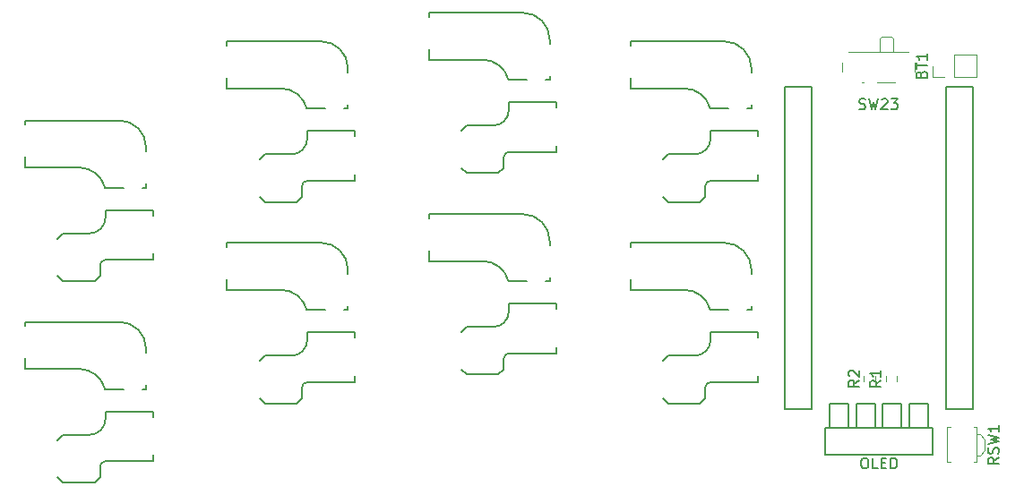
<source format=gto>
G04 #@! TF.GenerationSoftware,KiCad,Pcbnew,5.1.9*
G04 #@! TF.CreationDate,2021-04-21T20:38:48-05:00*
G04 #@! TF.ProjectId,artboard,61727462-6f61-4726-942e-6b696361645f,0.1*
G04 #@! TF.SameCoordinates,Original*
G04 #@! TF.FileFunction,Legend,Top*
G04 #@! TF.FilePolarity,Positive*
%FSLAX46Y46*%
G04 Gerber Fmt 4.6, Leading zero omitted, Abs format (unit mm)*
G04 Created by KiCad (PCBNEW 5.1.9) date 2021-04-21 20:38:48*
%MOMM*%
%LPD*%
G01*
G04 APERTURE LIST*
%ADD10C,0.150000*%
%ADD11C,0.120000*%
G04 APERTURE END LIST*
D10*
X85687500Y-56792000D02*
X85687500Y-57173000D01*
X83147500Y-50823000D02*
X74257500Y-50823000D01*
X85306500Y-57173000D02*
X85687500Y-57173000D01*
X74257500Y-50823000D02*
X74257500Y-51204000D01*
X85687500Y-53363000D02*
X85687500Y-53744000D01*
X74257500Y-54252000D02*
X74257500Y-55268000D01*
X81801662Y-57173000D02*
X83528500Y-57173000D01*
X74257500Y-55268000D02*
X79337500Y-55268000D01*
X86337500Y-59308000D02*
X86337500Y-59808000D01*
X77337500Y-62008000D02*
X77837500Y-61508000D01*
X86337500Y-64008000D02*
X81837500Y-64008000D01*
X77837500Y-66008000D02*
X80837500Y-66008000D01*
X81337500Y-64508000D02*
X81337500Y-65508000D01*
X77837500Y-61508000D02*
X80337500Y-61508000D01*
X77337500Y-65508000D02*
X77837500Y-66008000D01*
X80837500Y-66008000D02*
X81337500Y-65508000D01*
X81837500Y-59308000D02*
X86337500Y-59308000D01*
X86337500Y-63408000D02*
X86337500Y-64008000D01*
X81837500Y-60008000D02*
X81837500Y-59308000D01*
X80337500Y-61508000D02*
G75*
G03*
X81837500Y-60008000I0J1500000D01*
G01*
X81837500Y-64008000D02*
G75*
G03*
X81337500Y-64508000I0J-500000D01*
G01*
X85687500Y-53363000D02*
G75*
G03*
X83147500Y-50823000I-2540000J0D01*
G01*
X81801662Y-57191960D02*
G75*
G03*
X79337500Y-55268000I-2464162J-616040D01*
G01*
X47549400Y-47942900D02*
X47549400Y-48323900D01*
X45009400Y-41973900D02*
X36119400Y-41973900D01*
X47168400Y-48323900D02*
X47549400Y-48323900D01*
X36119400Y-41973900D02*
X36119400Y-42354900D01*
X47549400Y-44513900D02*
X47549400Y-44894900D01*
X36119400Y-45402900D02*
X36119400Y-46418900D01*
X43663562Y-48323900D02*
X45390400Y-48323900D01*
X36119400Y-46418900D02*
X41199400Y-46418900D01*
X48199400Y-50458900D02*
X48199400Y-50958900D01*
X39199400Y-53158900D02*
X39699400Y-52658900D01*
X48199400Y-55158900D02*
X43699400Y-55158900D01*
X39699400Y-57158900D02*
X42699400Y-57158900D01*
X43199400Y-55658900D02*
X43199400Y-56658900D01*
X39699400Y-52658900D02*
X42199400Y-52658900D01*
X39199400Y-56658900D02*
X39699400Y-57158900D01*
X42699400Y-57158900D02*
X43199400Y-56658900D01*
X43699400Y-50458900D02*
X48199400Y-50458900D01*
X48199400Y-54558900D02*
X48199400Y-55158900D01*
X43699400Y-51158900D02*
X43699400Y-50458900D01*
X42199400Y-52658900D02*
G75*
G03*
X43699400Y-51158900I0J1500000D01*
G01*
X43699400Y-55158900D02*
G75*
G03*
X43199400Y-55658900I0J-500000D01*
G01*
X47549400Y-44513900D02*
G75*
G03*
X45009400Y-41973900I-2540000J0D01*
G01*
X43663562Y-48342860D02*
G75*
G03*
X41199400Y-46418900I-2464162J-616040D01*
G01*
X66624800Y-40459800D02*
X66624800Y-40840800D01*
X64084800Y-34490800D02*
X55194800Y-34490800D01*
X66243800Y-40840800D02*
X66624800Y-40840800D01*
X55194800Y-34490800D02*
X55194800Y-34871800D01*
X66624800Y-37030800D02*
X66624800Y-37411800D01*
X55194800Y-37919800D02*
X55194800Y-38935800D01*
X62738962Y-40840800D02*
X64465800Y-40840800D01*
X55194800Y-38935800D02*
X60274800Y-38935800D01*
X67274800Y-42975800D02*
X67274800Y-43475800D01*
X58274800Y-45675800D02*
X58774800Y-45175800D01*
X67274800Y-47675800D02*
X62774800Y-47675800D01*
X58774800Y-49675800D02*
X61774800Y-49675800D01*
X62274800Y-48175800D02*
X62274800Y-49175800D01*
X58774800Y-45175800D02*
X61274800Y-45175800D01*
X58274800Y-49175800D02*
X58774800Y-49675800D01*
X61774800Y-49675800D02*
X62274800Y-49175800D01*
X62774800Y-42975800D02*
X67274800Y-42975800D01*
X67274800Y-47075800D02*
X67274800Y-47675800D01*
X62774800Y-43675800D02*
X62774800Y-42975800D01*
X61274800Y-45175800D02*
G75*
G03*
X62774800Y-43675800I0J1500000D01*
G01*
X62774800Y-47675800D02*
G75*
G03*
X62274800Y-48175800I0J-500000D01*
G01*
X66624800Y-37030800D02*
G75*
G03*
X64084800Y-34490800I-2540000J0D01*
G01*
X62738962Y-40859760D02*
G75*
G03*
X60274800Y-38935800I-2464162J-616040D01*
G01*
X85687500Y-37742000D02*
X85687500Y-38123000D01*
X83147500Y-31773000D02*
X74257500Y-31773000D01*
X85306500Y-38123000D02*
X85687500Y-38123000D01*
X74257500Y-31773000D02*
X74257500Y-32154000D01*
X85687500Y-34313000D02*
X85687500Y-34694000D01*
X74257500Y-35202000D02*
X74257500Y-36218000D01*
X81801662Y-38123000D02*
X83528500Y-38123000D01*
X74257500Y-36218000D02*
X79337500Y-36218000D01*
X86337500Y-40258000D02*
X86337500Y-40758000D01*
X77337500Y-42958000D02*
X77837500Y-42458000D01*
X86337500Y-44958000D02*
X81837500Y-44958000D01*
X77837500Y-46958000D02*
X80837500Y-46958000D01*
X81337500Y-45458000D02*
X81337500Y-46458000D01*
X77837500Y-42458000D02*
X80337500Y-42458000D01*
X77337500Y-46458000D02*
X77837500Y-46958000D01*
X80837500Y-46958000D02*
X81337500Y-46458000D01*
X81837500Y-40258000D02*
X86337500Y-40258000D01*
X86337500Y-44358000D02*
X86337500Y-44958000D01*
X81837500Y-40958000D02*
X81837500Y-40258000D01*
X80337500Y-42458000D02*
G75*
G03*
X81837500Y-40958000I0J1500000D01*
G01*
X81837500Y-44958000D02*
G75*
G03*
X81337500Y-45458000I0J-500000D01*
G01*
X85687500Y-34313000D02*
G75*
G03*
X83147500Y-31773000I-2540000J0D01*
G01*
X81801662Y-38141960D02*
G75*
G03*
X79337500Y-36218000I-2464162J-616040D01*
G01*
X47549400Y-66992900D02*
X47549400Y-67373900D01*
X45009400Y-61023900D02*
X36119400Y-61023900D01*
X47168400Y-67373900D02*
X47549400Y-67373900D01*
X36119400Y-61023900D02*
X36119400Y-61404900D01*
X47549400Y-63563900D02*
X47549400Y-63944900D01*
X36119400Y-64452900D02*
X36119400Y-65468900D01*
X43663562Y-67373900D02*
X45390400Y-67373900D01*
X36119400Y-65468900D02*
X41199400Y-65468900D01*
X48199400Y-69508900D02*
X48199400Y-70008900D01*
X39199400Y-72208900D02*
X39699400Y-71708900D01*
X48199400Y-74208900D02*
X43699400Y-74208900D01*
X39699400Y-76208900D02*
X42699400Y-76208900D01*
X43199400Y-74708900D02*
X43199400Y-75708900D01*
X39699400Y-71708900D02*
X42199400Y-71708900D01*
X39199400Y-75708900D02*
X39699400Y-76208900D01*
X42699400Y-76208900D02*
X43199400Y-75708900D01*
X43699400Y-69508900D02*
X48199400Y-69508900D01*
X48199400Y-73608900D02*
X48199400Y-74208900D01*
X43699400Y-70208900D02*
X43699400Y-69508900D01*
X42199400Y-71708900D02*
G75*
G03*
X43699400Y-70208900I0J1500000D01*
G01*
X43699400Y-74208900D02*
G75*
G03*
X43199400Y-74708900I0J-500000D01*
G01*
X47549400Y-63563900D02*
G75*
G03*
X45009400Y-61023900I-2540000J0D01*
G01*
X43663562Y-67392860D02*
G75*
G03*
X41199400Y-65468900I-2464162J-616040D01*
G01*
X66624800Y-59509800D02*
X66624800Y-59890800D01*
X64084800Y-53540800D02*
X55194800Y-53540800D01*
X66243800Y-59890800D02*
X66624800Y-59890800D01*
X55194800Y-53540800D02*
X55194800Y-53921800D01*
X66624800Y-56080800D02*
X66624800Y-56461800D01*
X55194800Y-56969800D02*
X55194800Y-57985800D01*
X62738962Y-59890800D02*
X64465800Y-59890800D01*
X55194800Y-57985800D02*
X60274800Y-57985800D01*
X67274800Y-62025800D02*
X67274800Y-62525800D01*
X58274800Y-64725800D02*
X58774800Y-64225800D01*
X67274800Y-66725800D02*
X62774800Y-66725800D01*
X58774800Y-68725800D02*
X61774800Y-68725800D01*
X62274800Y-67225800D02*
X62274800Y-68225800D01*
X58774800Y-64225800D02*
X61274800Y-64225800D01*
X58274800Y-68225800D02*
X58774800Y-68725800D01*
X61774800Y-68725800D02*
X62274800Y-68225800D01*
X62774800Y-62025800D02*
X67274800Y-62025800D01*
X67274800Y-66125800D02*
X67274800Y-66725800D01*
X62774800Y-62725800D02*
X62774800Y-62025800D01*
X61274800Y-64225800D02*
G75*
G03*
X62774800Y-62725800I0J1500000D01*
G01*
X62774800Y-66725800D02*
G75*
G03*
X62274800Y-67225800I0J-500000D01*
G01*
X66624800Y-56080800D02*
G75*
G03*
X64084800Y-53540800I-2540000J0D01*
G01*
X62738962Y-59909760D02*
G75*
G03*
X60274800Y-57985800I-2464162J-616040D01*
G01*
X104750200Y-59509800D02*
X104750200Y-59890800D01*
X102210200Y-53540800D02*
X93320200Y-53540800D01*
X104369200Y-59890800D02*
X104750200Y-59890800D01*
X93320200Y-53540800D02*
X93320200Y-53921800D01*
X104750200Y-56080800D02*
X104750200Y-56461800D01*
X93320200Y-56969800D02*
X93320200Y-57985800D01*
X100864362Y-59890800D02*
X102591200Y-59890800D01*
X93320200Y-57985800D02*
X98400200Y-57985800D01*
X105400200Y-62025800D02*
X105400200Y-62525800D01*
X96400200Y-64725800D02*
X96900200Y-64225800D01*
X105400200Y-66725800D02*
X100900200Y-66725800D01*
X96900200Y-68725800D02*
X99900200Y-68725800D01*
X100400200Y-67225800D02*
X100400200Y-68225800D01*
X96900200Y-64225800D02*
X99400200Y-64225800D01*
X96400200Y-68225800D02*
X96900200Y-68725800D01*
X99900200Y-68725800D02*
X100400200Y-68225800D01*
X100900200Y-62025800D02*
X105400200Y-62025800D01*
X105400200Y-66125800D02*
X105400200Y-66725800D01*
X100900200Y-62725800D02*
X100900200Y-62025800D01*
X99400200Y-64225800D02*
G75*
G03*
X100900200Y-62725800I0J1500000D01*
G01*
X100900200Y-66725800D02*
G75*
G03*
X100400200Y-67225800I0J-500000D01*
G01*
X104750200Y-56080800D02*
G75*
G03*
X102210200Y-53540800I-2540000J0D01*
G01*
X100864362Y-59909760D02*
G75*
G03*
X98400200Y-57985800I-2464162J-616040D01*
G01*
X104750200Y-40459800D02*
X104750200Y-40840800D01*
X102210200Y-34490800D02*
X93320200Y-34490800D01*
X104369200Y-40840800D02*
X104750200Y-40840800D01*
X93320200Y-34490800D02*
X93320200Y-34871800D01*
X104750200Y-37030800D02*
X104750200Y-37411800D01*
X93320200Y-37919800D02*
X93320200Y-38935800D01*
X100864362Y-40840800D02*
X102591200Y-40840800D01*
X93320200Y-38935800D02*
X98400200Y-38935800D01*
X105400200Y-42975800D02*
X105400200Y-43475800D01*
X96400200Y-45675800D02*
X96900200Y-45175800D01*
X105400200Y-47675800D02*
X100900200Y-47675800D01*
X96900200Y-49675800D02*
X99900200Y-49675800D01*
X100400200Y-48175800D02*
X100400200Y-49175800D01*
X96900200Y-45175800D02*
X99400200Y-45175800D01*
X96400200Y-49175800D02*
X96900200Y-49675800D01*
X99900200Y-49675800D02*
X100400200Y-49175800D01*
X100900200Y-42975800D02*
X105400200Y-42975800D01*
X105400200Y-47075800D02*
X105400200Y-47675800D01*
X100900200Y-43675800D02*
X100900200Y-42975800D01*
X99400200Y-45175800D02*
G75*
G03*
X100900200Y-43675800I0J1500000D01*
G01*
X100900200Y-47675800D02*
G75*
G03*
X100400200Y-48175800I0J-500000D01*
G01*
X104750200Y-37030800D02*
G75*
G03*
X102210200Y-34490800I-2540000J0D01*
G01*
X100864362Y-40859760D02*
G75*
G03*
X98400200Y-38935800I-2464162J-616040D01*
G01*
X107918100Y-38772400D02*
X110458100Y-38772400D01*
X110458100Y-38772400D02*
X110458100Y-69252400D01*
X110458100Y-69252400D02*
X107918100Y-69252400D01*
X107918100Y-69252400D02*
X107918100Y-38772400D01*
X123138100Y-38772400D02*
X125678100Y-38772400D01*
X125678100Y-38772400D02*
X125678100Y-69252400D01*
X125678100Y-69252400D02*
X123138100Y-69252400D01*
X123138100Y-69252400D02*
X123138100Y-38772400D01*
D11*
X116423300Y-66636924D02*
X116423300Y-66127476D01*
X115378300Y-66636924D02*
X115378300Y-66127476D01*
X118480700Y-66662324D02*
X118480700Y-66152876D01*
X117435700Y-66662324D02*
X117435700Y-66152876D01*
X126763800Y-72143300D02*
X126383800Y-71643300D01*
X126383800Y-71643300D02*
X126063800Y-71643300D01*
X126763800Y-72143300D02*
X126763800Y-73143300D01*
X126763800Y-73143300D02*
X126383800Y-73643300D01*
X126383800Y-73643300D02*
X126063800Y-73643300D01*
X123263800Y-70993300D02*
X123263800Y-74293300D01*
X123563800Y-70993300D02*
X123263800Y-70993300D01*
X123263800Y-74293300D02*
X123563800Y-74293300D01*
X125763800Y-70993300D02*
X126063800Y-70993300D01*
X126063800Y-70993300D02*
X126063800Y-74293300D01*
X126063800Y-74293300D02*
X125763800Y-74293300D01*
X113314400Y-36541100D02*
X113314400Y-37331100D01*
X120214400Y-37331100D02*
X120214400Y-36541100D01*
X118364400Y-38381100D02*
X116664400Y-38381100D01*
X119614400Y-35531100D02*
X113914400Y-35531100D01*
X116864400Y-34241100D02*
X116864400Y-35531100D01*
X117964400Y-34031100D02*
X117064400Y-34031100D01*
X118164400Y-35531100D02*
X118164400Y-34241100D01*
X116864400Y-34241100D02*
X117064400Y-34031100D01*
X118164400Y-34241100D02*
X117964400Y-34031100D01*
X115364400Y-38381100D02*
X115164400Y-38381100D01*
D10*
X119710800Y-68757400D02*
X121488800Y-68757400D01*
X119710800Y-71043400D02*
X119710800Y-68757400D01*
X121488800Y-71043400D02*
X119710800Y-71043400D01*
X121488800Y-68757400D02*
X121488800Y-71043400D01*
X117170800Y-68757400D02*
X118948800Y-68757400D01*
X117170800Y-71043400D02*
X117170800Y-68757400D01*
X118948800Y-71043400D02*
X117170800Y-71043400D01*
X118948800Y-68757400D02*
X118948800Y-71043400D01*
X114643500Y-68757400D02*
X116421500Y-68757400D01*
X114643500Y-71043400D02*
X114643500Y-68757400D01*
X116421500Y-71043400D02*
X114643500Y-71043400D01*
X116421500Y-68757400D02*
X116421500Y-71043400D01*
X112103500Y-68757400D02*
X113881500Y-68757400D01*
X112103500Y-71043400D02*
X112103500Y-68757400D01*
X113881500Y-71043400D02*
X112103500Y-71043400D01*
X113881500Y-68757400D02*
X113881500Y-71043400D01*
X121882500Y-71068500D02*
X111722500Y-71068500D01*
X121882500Y-73608500D02*
X111722500Y-73608500D01*
X111722500Y-73608500D02*
X111722500Y-71068500D01*
X121882500Y-71068500D02*
X121882500Y-73608500D01*
D11*
X121889300Y-37876600D02*
X121889300Y-36816600D01*
X122949300Y-37876600D02*
X121889300Y-37876600D01*
X123949300Y-37876600D02*
X123949300Y-35756600D01*
X123949300Y-35756600D02*
X126009300Y-35756600D01*
X123949300Y-37876600D02*
X126009300Y-37876600D01*
X126009300Y-37876600D02*
X126009300Y-35756600D01*
D10*
X114923180Y-66548866D02*
X114446990Y-66882200D01*
X114923180Y-67120295D02*
X113923180Y-67120295D01*
X113923180Y-66739342D01*
X113970800Y-66644104D01*
X114018419Y-66596485D01*
X114113657Y-66548866D01*
X114256514Y-66548866D01*
X114351752Y-66596485D01*
X114399371Y-66644104D01*
X114446990Y-66739342D01*
X114446990Y-67120295D01*
X114018419Y-66167914D02*
X113970800Y-66120295D01*
X113923180Y-66025057D01*
X113923180Y-65786961D01*
X113970800Y-65691723D01*
X114018419Y-65644104D01*
X114113657Y-65596485D01*
X114208895Y-65596485D01*
X114351752Y-65644104D01*
X114923180Y-66215533D01*
X114923180Y-65596485D01*
X116980580Y-66574266D02*
X116504390Y-66907600D01*
X116980580Y-67145695D02*
X115980580Y-67145695D01*
X115980580Y-66764742D01*
X116028200Y-66669504D01*
X116075819Y-66621885D01*
X116171057Y-66574266D01*
X116313914Y-66574266D01*
X116409152Y-66621885D01*
X116456771Y-66669504D01*
X116504390Y-66764742D01*
X116504390Y-67145695D01*
X116980580Y-65621885D02*
X116980580Y-66193314D01*
X116980580Y-65907600D02*
X115980580Y-65907600D01*
X116123438Y-66002838D01*
X116218676Y-66098076D01*
X116266295Y-66193314D01*
X128116180Y-73857585D02*
X127639990Y-74190919D01*
X128116180Y-74429014D02*
X127116180Y-74429014D01*
X127116180Y-74048061D01*
X127163800Y-73952823D01*
X127211419Y-73905204D01*
X127306657Y-73857585D01*
X127449514Y-73857585D01*
X127544752Y-73905204D01*
X127592371Y-73952823D01*
X127639990Y-74048061D01*
X127639990Y-74429014D01*
X128068561Y-73476633D02*
X128116180Y-73333776D01*
X128116180Y-73095680D01*
X128068561Y-73000442D01*
X128020942Y-72952823D01*
X127925704Y-72905204D01*
X127830466Y-72905204D01*
X127735228Y-72952823D01*
X127687609Y-73000442D01*
X127639990Y-73095680D01*
X127592371Y-73286157D01*
X127544752Y-73381395D01*
X127497133Y-73429014D01*
X127401895Y-73476633D01*
X127306657Y-73476633D01*
X127211419Y-73429014D01*
X127163800Y-73381395D01*
X127116180Y-73286157D01*
X127116180Y-73048061D01*
X127163800Y-72905204D01*
X127116180Y-72571871D02*
X128116180Y-72333776D01*
X127401895Y-72143300D01*
X128116180Y-71952823D01*
X127116180Y-71714728D01*
X128116180Y-70809966D02*
X128116180Y-71381395D01*
X128116180Y-71095680D02*
X127116180Y-71095680D01*
X127259038Y-71190919D01*
X127354276Y-71286157D01*
X127401895Y-71381395D01*
X114954876Y-40865861D02*
X115097733Y-40913480D01*
X115335828Y-40913480D01*
X115431066Y-40865861D01*
X115478685Y-40818242D01*
X115526304Y-40723004D01*
X115526304Y-40627766D01*
X115478685Y-40532528D01*
X115431066Y-40484909D01*
X115335828Y-40437290D01*
X115145352Y-40389671D01*
X115050114Y-40342052D01*
X115002495Y-40294433D01*
X114954876Y-40199195D01*
X114954876Y-40103957D01*
X115002495Y-40008719D01*
X115050114Y-39961100D01*
X115145352Y-39913480D01*
X115383447Y-39913480D01*
X115526304Y-39961100D01*
X115859638Y-39913480D02*
X116097733Y-40913480D01*
X116288209Y-40199195D01*
X116478685Y-40913480D01*
X116716780Y-39913480D01*
X117050114Y-40008719D02*
X117097733Y-39961100D01*
X117192971Y-39913480D01*
X117431066Y-39913480D01*
X117526304Y-39961100D01*
X117573923Y-40008719D01*
X117621542Y-40103957D01*
X117621542Y-40199195D01*
X117573923Y-40342052D01*
X117002495Y-40913480D01*
X117621542Y-40913480D01*
X117954876Y-39913480D02*
X118573923Y-39913480D01*
X118240590Y-40294433D01*
X118383447Y-40294433D01*
X118478685Y-40342052D01*
X118526304Y-40389671D01*
X118573923Y-40484909D01*
X118573923Y-40723004D01*
X118526304Y-40818242D01*
X118478685Y-40865861D01*
X118383447Y-40913480D01*
X118097733Y-40913480D01*
X118002495Y-40865861D01*
X117954876Y-40818242D01*
X115360119Y-73890880D02*
X115550595Y-73890880D01*
X115645833Y-73938500D01*
X115741071Y-74033738D01*
X115788690Y-74224214D01*
X115788690Y-74557547D01*
X115741071Y-74748023D01*
X115645833Y-74843261D01*
X115550595Y-74890880D01*
X115360119Y-74890880D01*
X115264880Y-74843261D01*
X115169642Y-74748023D01*
X115122023Y-74557547D01*
X115122023Y-74224214D01*
X115169642Y-74033738D01*
X115264880Y-73938500D01*
X115360119Y-73890880D01*
X116693452Y-74890880D02*
X116217261Y-74890880D01*
X116217261Y-73890880D01*
X117026785Y-74367071D02*
X117360119Y-74367071D01*
X117502976Y-74890880D02*
X117026785Y-74890880D01*
X117026785Y-73890880D01*
X117502976Y-73890880D01*
X117931547Y-74890880D02*
X117931547Y-73890880D01*
X118169642Y-73890880D01*
X118312500Y-73938500D01*
X118407738Y-74033738D01*
X118455357Y-74128976D01*
X118502976Y-74319452D01*
X118502976Y-74462309D01*
X118455357Y-74652785D01*
X118407738Y-74748023D01*
X118312500Y-74843261D01*
X118169642Y-74890880D01*
X117931547Y-74890880D01*
X120817871Y-37602314D02*
X120865490Y-37459457D01*
X120913109Y-37411838D01*
X121008347Y-37364219D01*
X121151204Y-37364219D01*
X121246442Y-37411838D01*
X121294061Y-37459457D01*
X121341680Y-37554695D01*
X121341680Y-37935647D01*
X120341680Y-37935647D01*
X120341680Y-37602314D01*
X120389300Y-37507076D01*
X120436919Y-37459457D01*
X120532157Y-37411838D01*
X120627395Y-37411838D01*
X120722633Y-37459457D01*
X120770252Y-37507076D01*
X120817871Y-37602314D01*
X120817871Y-37935647D01*
X120341680Y-37078504D02*
X120341680Y-36507076D01*
X121341680Y-36792790D02*
X120341680Y-36792790D01*
X121341680Y-35649933D02*
X121341680Y-36221361D01*
X121341680Y-35935647D02*
X120341680Y-35935647D01*
X120484538Y-36030885D01*
X120579776Y-36126123D01*
X120627395Y-36221361D01*
M02*

</source>
